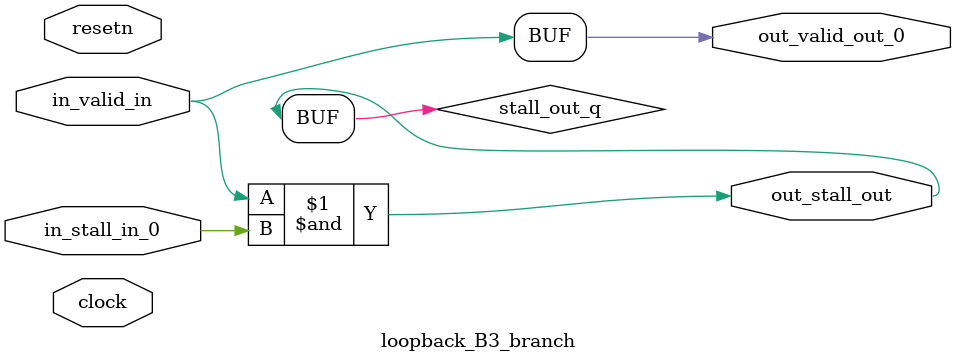
<source format=sv>



(* altera_attribute = "-name AUTO_SHIFT_REGISTER_RECOGNITION OFF; -name MESSAGE_DISABLE 10036; -name MESSAGE_DISABLE 10037; -name MESSAGE_DISABLE 14130; -name MESSAGE_DISABLE 14320; -name MESSAGE_DISABLE 15400; -name MESSAGE_DISABLE 14130; -name MESSAGE_DISABLE 10036; -name MESSAGE_DISABLE 12020; -name MESSAGE_DISABLE 12030; -name MESSAGE_DISABLE 12010; -name MESSAGE_DISABLE 12110; -name MESSAGE_DISABLE 14320; -name MESSAGE_DISABLE 13410; -name MESSAGE_DISABLE 113007; -name MESSAGE_DISABLE 10958" *)
module loopback_B3_branch (
    input wire [0:0] in_stall_in_0,
    input wire [0:0] in_valid_in,
    output wire [0:0] out_stall_out,
    output wire [0:0] out_valid_out_0,
    input wire clock,
    input wire resetn
    );

    wire [0:0] stall_out_q;


    // stall_out(LOGICAL,6)
    assign stall_out_q = in_valid_in & in_stall_in_0;

    // out_stall_out(GPOUT,4)
    assign out_stall_out = stall_out_q;

    // out_valid_out_0(GPOUT,5)
    assign out_valid_out_0 = in_valid_in;

endmodule

</source>
